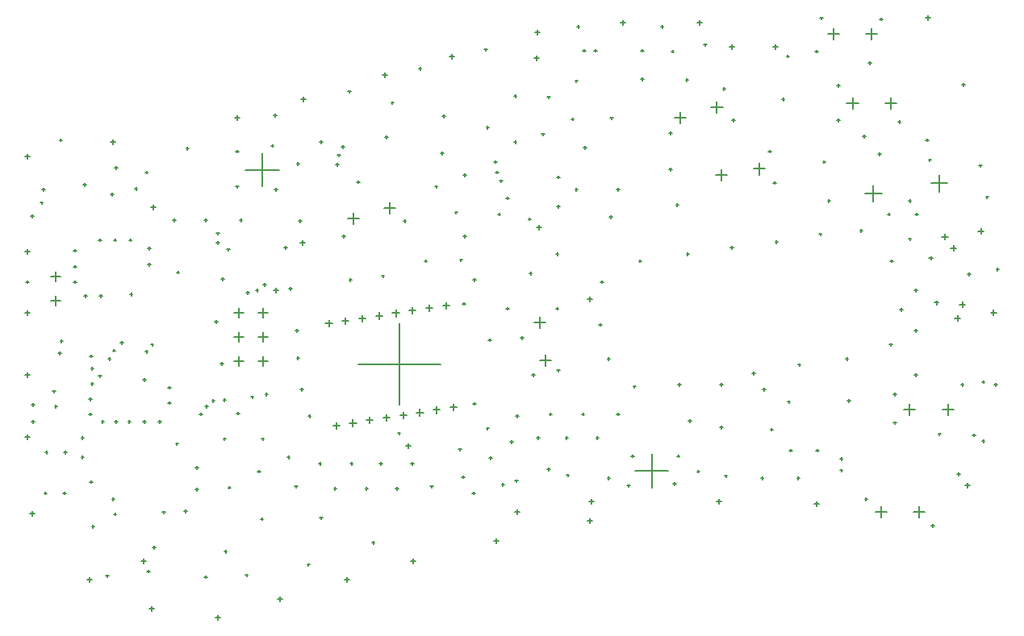
<source format=gbr>
%TF.GenerationSoftware,Altium Limited,Altium Designer,22.6.1 (34)*%
G04 Layer_Color=128*
%FSLAX45Y45*%
%MOMM*%
%TF.SameCoordinates,EFAF5BE3-474D-4A98-89D0-AE48FBC3E593*%
%TF.FilePolarity,Positive*%
%TF.FileFunction,Drillmap*%
%TF.Part,Single*%
G01*
G75*
%TA.AperFunction,NonConductor*%
%ADD181C,0.12700*%
D181*
X9634097Y4713139D02*
X9804096D01*
X9719096Y4628139D02*
Y4798138D01*
X8942500Y4604999D02*
X9112500D01*
X9027500Y4520000D02*
Y4689999D01*
X9880598Y3297981D02*
X9940598D01*
X9910598Y3267981D02*
Y3327981D01*
X9839145Y4032394D02*
X9899145D01*
X9869145Y4002394D02*
Y4062393D01*
X9931836Y3439597D02*
X9991835D01*
X9961836Y3409597D02*
Y3469597D01*
X9747123Y4151609D02*
X9807123D01*
X9777123Y4121609D02*
Y4181609D01*
X10258506Y3357072D02*
X10318506D01*
X10288506Y3327072D02*
Y3387071D01*
X10125031Y4210699D02*
X10185031D01*
X10155031Y4180699D02*
Y4240699D01*
X399200Y3480000D02*
X500800D01*
X450000Y3429200D02*
Y3530800D01*
X399200Y3734000D02*
X500800D01*
X450000Y3683200D02*
Y3784800D01*
X9048894Y1259701D02*
X9168893D01*
X9108893Y1199701D02*
Y1319701D01*
X9448894Y1259701D02*
X9568893D01*
X9508894Y1199701D02*
Y1319701D01*
X8947500Y6285000D02*
X9067500D01*
X9007500Y6225001D02*
Y6345000D01*
X8547500Y6285000D02*
X8667500D01*
X8607500Y6225001D02*
Y6345000D01*
X7324861Y5512248D02*
X7444861D01*
X7384861Y5452248D02*
Y5572248D01*
X6940139Y5402752D02*
X7060139D01*
X7000139Y5342752D02*
Y5462752D01*
X5464103Y3252599D02*
X5584103D01*
X5524103Y3192599D02*
Y3312599D01*
X5525898Y2857401D02*
X5645897D01*
X5585897Y2797401D02*
Y2917401D01*
X3510139Y4342752D02*
X3630139D01*
X3570139Y4282752D02*
Y4402752D01*
X3894861Y4452248D02*
X4014861D01*
X3954861Y4392248D02*
Y4512248D01*
X7372400Y4804103D02*
X7492400D01*
X7432400Y4744104D02*
Y4864103D01*
X7767598Y4865898D02*
X7887598D01*
X7827598Y4805898D02*
Y4925897D01*
X8747500Y5555000D02*
X8867500D01*
X8807500Y5495000D02*
Y5615000D01*
X9147500Y5555000D02*
X9267500D01*
X9207500Y5495000D02*
Y5615000D01*
X9747500Y2340000D02*
X9867500D01*
X9807500Y2280000D02*
Y2400000D01*
X9347500Y2340000D02*
X9467499D01*
X9407500Y2280000D02*
Y2400000D01*
X2315200Y2849999D02*
X2416800D01*
X2366000Y2799199D02*
Y2900799D01*
X2569200Y2849999D02*
X2670800D01*
X2620000Y2799199D02*
Y2900799D01*
X2569200Y3103999D02*
X2670800D01*
X2620000Y3053199D02*
Y3154799D01*
X2315200Y3103999D02*
X2416800D01*
X2366000Y3053199D02*
Y3154799D01*
X2569200Y3357999D02*
X2670800D01*
X2620000Y3307199D02*
Y3408799D01*
X2315200Y3357999D02*
X2416800D01*
X2366000Y3307199D02*
Y3408799D01*
X4331869Y3405921D02*
X4401869D01*
X4366869Y3370921D02*
Y3440921D01*
X3277876Y3241117D02*
X3347876D01*
X3312876Y3206117D02*
Y3276117D01*
X3453541Y3268584D02*
X3523541D01*
X3488541Y3233584D02*
Y3303584D01*
X3629207Y3296051D02*
X3699207D01*
X3664207Y3261051D02*
Y3331051D01*
X3804873Y3323519D02*
X3874873D01*
X3839873Y3288519D02*
Y3358519D01*
X3980538Y3350986D02*
X4050538D01*
X4015538Y3315986D02*
Y3385986D01*
X4156204Y3378453D02*
X4226203D01*
X4191203Y3343454D02*
Y3413453D01*
X4507535Y3433388D02*
X4577534D01*
X4542534Y3398388D02*
Y3468388D01*
X3355342Y2170228D02*
X3425342D01*
X3390342Y2135228D02*
Y2205228D01*
X3531007Y2197696D02*
X3601007D01*
X3566007Y2162696D02*
Y2232696D01*
X3706673Y2225163D02*
X3776673D01*
X3741673Y2190163D02*
Y2260163D01*
X3882338Y2252630D02*
X3952338D01*
X3917338Y2217630D02*
Y2287630D01*
X4058004Y2280098D02*
X4128004D01*
X4093004Y2245098D02*
Y2315098D01*
X4233669Y2307565D02*
X4303669D01*
X4268669Y2272565D02*
Y2342565D01*
X4409335Y2335033D02*
X4479335D01*
X4444335Y2300033D02*
Y2370033D01*
X4585000Y2362500D02*
X4655000D01*
X4620000Y2327500D02*
Y2397500D01*
X3622146Y2815210D02*
X4482146D01*
X4052146Y2385210D02*
Y3245210D01*
X6525388Y1694156D02*
X6875388D01*
X6700388Y1519156D02*
Y1869156D01*
X2438200Y4856200D02*
X2788200D01*
X2613200Y4681200D02*
Y5031200D01*
X10015000Y3760000D02*
X10045000D01*
X10030000Y3745000D02*
Y3775000D01*
X10315000Y3810000D02*
X10345000D01*
X10330000Y3795000D02*
Y3825000D01*
X6485000Y1850000D02*
X6515000D01*
X6500000Y1835000D02*
Y1865000D01*
X6445000Y1540000D02*
X6475000D01*
X6460000Y1525000D02*
Y1555000D01*
X6925000Y1560000D02*
X6955000D01*
X6940000Y1545000D02*
Y1575000D01*
X9635000Y1120000D02*
X9665000D01*
X9650000Y1105000D02*
Y1135000D01*
X8545000Y4530000D02*
X8575000D01*
X8560000Y4515000D02*
Y4545000D01*
X8495000Y4940000D02*
X8525000D01*
X8510000Y4925000D02*
Y4955000D01*
X10205000Y4570000D02*
X10235000D01*
X10220000Y4555000D02*
Y4585000D01*
X10135000Y4900000D02*
X10165000D01*
X10150000Y4885000D02*
Y4915000D01*
X9395000Y4530000D02*
X9425000D01*
X9410000Y4515000D02*
Y4545000D01*
X9075000Y5020000D02*
X9105000D01*
X9090000Y5005000D02*
Y5035000D01*
X8915000Y5210000D02*
X8945000D01*
X8930000Y5195000D02*
Y5225000D01*
X9955000Y5750000D02*
X9985000D01*
X9970000Y5735000D02*
Y5765000D01*
X9285000Y5360000D02*
X9315000D01*
X9300000Y5345000D02*
Y5375000D01*
X8975000Y5980000D02*
X9005000D01*
X8990000Y5965000D02*
Y5995000D01*
X8065000Y5600000D02*
X8095000D01*
X8080000Y5585000D02*
Y5615000D01*
X9095000Y6440000D02*
X9125000D01*
X9110000Y6425000D02*
Y6455000D01*
X5325000Y3090000D02*
X5355000D01*
X5340000Y3075000D02*
Y3105000D01*
X4725000Y4160000D02*
X4755000D01*
X4740000Y4145000D02*
Y4175000D01*
X3605000Y4730000D02*
X3635000D01*
X3620000Y4715000D02*
Y4745000D01*
X6255000Y4360000D02*
X6285000D01*
X6270000Y4345000D02*
Y4375000D01*
X6955000Y4490000D02*
X6985000D01*
X6970000Y4475000D02*
Y4505000D01*
X6335000Y4650000D02*
X6365000D01*
X6350000Y4635000D02*
Y4665000D01*
X5405000Y4340000D02*
X5435000D01*
X5420000Y4325000D02*
Y4355000D01*
X5085000Y4390000D02*
X5115000D01*
X5100000Y4375000D02*
Y4405000D01*
X5705000Y4470000D02*
X5735000D01*
X5720000Y4455000D02*
Y4485000D01*
X6885000Y4860000D02*
X6915000D01*
X6900000Y4845000D02*
Y4875000D01*
X5895000Y4650000D02*
X5925000D01*
X5910000Y4635000D02*
Y4665000D01*
X5985000Y5090000D02*
X6015000D01*
X6000000Y5075000D02*
Y5105000D01*
X5855000Y5390000D02*
X5885000D01*
X5870000Y5375000D02*
Y5405000D01*
X6265000Y5400000D02*
X6295000D01*
X6280000Y5385000D02*
Y5415000D01*
X5895000Y5790000D02*
X5925000D01*
X5910000Y5775000D02*
Y5805000D01*
X6585000Y5810000D02*
X6615000D01*
X6600000Y5795000D02*
Y5825000D01*
X6885000Y5240000D02*
X6915000D01*
X6900000Y5225000D02*
Y5255000D01*
X7055000Y5800000D02*
X7085000D01*
X7070000Y5785000D02*
Y5815000D01*
X7245000Y6170000D02*
X7275000D01*
X7260000Y6155000D02*
Y6185000D01*
X6795000Y6360000D02*
X6825000D01*
X6810000Y6345000D02*
Y6375000D01*
X6585000Y6110000D02*
X6615000D01*
X6600000Y6095000D02*
Y6125000D01*
X5915000Y6360000D02*
X5945000D01*
X5930000Y6345000D02*
Y6375000D01*
X5705000Y4780000D02*
X5735000D01*
X5720000Y4765000D02*
Y4795000D01*
X5545000Y5230000D02*
X5575000D01*
X5560000Y5215000D02*
Y5245000D01*
X5255000Y5150000D02*
X5285000D01*
X5270000Y5135000D02*
Y5165000D01*
X5065000Y4830000D02*
X5095000D01*
X5080000Y4815000D02*
Y4845000D01*
X4635000Y4410000D02*
X4665000D01*
X4650000Y4395000D02*
Y4425000D01*
X4685000Y3910000D02*
X4715000D01*
X4700000Y3895000D02*
Y3925000D01*
X4425000Y4680000D02*
X4455000D01*
X4440000Y4665000D02*
Y4695000D01*
X4095000Y4320000D02*
X4125000D01*
X4110000Y4305000D02*
Y4335000D01*
X4725000Y4800000D02*
X4755000D01*
X4740000Y4785000D02*
Y4815000D01*
X4485000Y5030000D02*
X4515000D01*
X4500000Y5015000D02*
Y5045000D01*
X5255000Y5630000D02*
X5285000D01*
X5270000Y5615000D02*
Y5645000D01*
X3965000Y5560000D02*
X3995000D01*
X3980000Y5545000D02*
Y5575000D01*
X4505000Y5420000D02*
X4535000D01*
X4520000Y5405000D02*
Y5435000D01*
X3905000Y5200000D02*
X3935000D01*
X3920000Y5185000D02*
Y5215000D01*
X4255000Y5920000D02*
X4285000D01*
X4270000Y5905000D02*
Y5935000D01*
X3515000Y5680000D02*
X3545000D01*
X3530000Y5665000D02*
Y5695000D01*
X1675000Y4330000D02*
X1705000D01*
X1690000Y4315000D02*
Y4345000D01*
X2005000Y4330000D02*
X2035000D01*
X2020000Y4315000D02*
Y4345000D01*
X2375000Y4330000D02*
X2405000D01*
X2390000Y4315000D02*
Y4345000D01*
X2975000Y4920000D02*
X3005000D01*
X2990000Y4905000D02*
Y4935000D01*
X2745000Y4650000D02*
X2775000D01*
X2760000Y4635000D02*
Y4665000D01*
X2335000Y4680000D02*
X2365000D01*
X2350000Y4665000D02*
Y4695000D01*
X2705000Y5110000D02*
X2735000D01*
X2720000Y5095000D02*
Y5125000D01*
X3215000Y5150000D02*
X3245000D01*
X3230000Y5135000D02*
Y5165000D01*
X2735000Y5430000D02*
X2765000D01*
X2750000Y5415000D02*
Y5445000D01*
X1065000Y4880000D02*
X1095000D01*
X1080000Y4865000D02*
Y4895000D01*
X485000Y5170000D02*
X515000D01*
X500000Y5155000D02*
Y5185000D01*
X135000Y3680000D02*
X165000D01*
X150000Y3665000D02*
Y3695000D01*
X5695000Y3970000D02*
X5725000D01*
X5710000Y3955000D02*
Y3985000D01*
X5415000Y3770000D02*
X5445000D01*
X5430000Y3755000D02*
Y3785000D01*
X5175000Y3400000D02*
X5205000D01*
X5190000Y3385000D02*
Y3415000D01*
X4825000Y3700000D02*
X4855000D01*
X4840000Y3685000D02*
Y3715000D01*
X5695000Y3400000D02*
X5725000D01*
X5710000Y3385000D02*
Y3415000D01*
X195000Y2390000D02*
X225000D01*
X210000Y2375000D02*
Y2405000D01*
X1915000Y1730000D02*
X1945000D01*
X1930000Y1715000D02*
Y1745000D01*
X2255000Y1520000D02*
X2285000D01*
X2270000Y1505000D02*
Y1535000D01*
X2215000Y850000D02*
X2245000D01*
X2230000Y835000D02*
Y865000D01*
X2595000Y1190000D02*
X2625000D01*
X2610000Y1175000D02*
Y1205000D01*
X3215000Y1200000D02*
X3245000D01*
X3230000Y1185000D02*
Y1215000D01*
X3765000Y940000D02*
X3795000D01*
X3780000Y925000D02*
Y955000D01*
X3085000Y710000D02*
X3115000D01*
X3100000Y695000D02*
Y725000D01*
X2435000Y600000D02*
X2465000D01*
X2450000Y585000D02*
Y615000D01*
X2625000Y3650000D02*
X2655000D01*
X2640000Y3635000D02*
Y3665000D01*
X2545000Y3590000D02*
X2575000D01*
X2560000Y3575000D02*
Y3605000D01*
X2445000Y3565000D02*
X2475000D01*
X2460000Y3550000D02*
Y3580000D01*
X8755000Y2430000D02*
X8785000D01*
X8770000Y2415000D02*
Y2445000D01*
X9455000Y3170000D02*
X9485000D01*
X9470000Y3155000D02*
Y3185000D01*
X9455000Y2700000D02*
X9485000D01*
X9470000Y2685000D02*
Y2715000D01*
X7945000Y2130000D02*
X7975000D01*
X7960000Y2115000D02*
Y2145000D01*
X7175000Y1690000D02*
X7205000D01*
X7190000Y1675000D02*
Y1705000D01*
X8145000Y1910000D02*
X8175000D01*
X8160000Y1895000D02*
Y1925000D01*
X8425000Y1910000D02*
X8455000D01*
X8440000Y1895000D02*
Y1925000D01*
X8225000Y1620000D02*
X8255000D01*
X8240000Y1605000D02*
Y1635000D01*
X7845000Y1620000D02*
X7875000D01*
X7860000Y1605000D02*
Y1635000D01*
X7465000Y1640000D02*
X7495000D01*
X7480000Y1625000D02*
Y1655000D01*
X7085000Y2220000D02*
X7115000D01*
X7100000Y2205000D02*
Y2235000D01*
X9905000Y1660000D02*
X9935000D01*
X9920000Y1645000D02*
Y1675000D01*
X6115000Y2040000D02*
X6145000D01*
X6130000Y2025000D02*
Y2055000D01*
X6335000Y2290000D02*
X6365000D01*
X6350000Y2275000D02*
Y2305000D01*
X5795000Y2040000D02*
X5825000D01*
X5810000Y2025000D02*
Y2055000D01*
X5965000Y2290000D02*
X5995000D01*
X5980000Y2275000D02*
Y2305000D01*
X5625000Y2290000D02*
X5655000D01*
X5640000Y2275000D02*
Y2305000D01*
X5275000Y2270000D02*
X5305000D01*
X5290000Y2255000D02*
Y2285000D01*
X4965000Y2140000D02*
X4995000D01*
X4980000Y2125000D02*
Y2155000D01*
X5495000Y2040000D02*
X5525000D01*
X5510000Y2025000D02*
Y2055000D01*
X4995000Y1830000D02*
X5025000D01*
X5010000Y1815000D02*
Y1845000D01*
X4705000Y1630000D02*
X4735000D01*
X4720000Y1615000D02*
Y1645000D01*
X4675000Y1920000D02*
X4705000D01*
X4690000Y1905000D02*
Y1935000D01*
X4375000Y1530000D02*
X4405000D01*
X4390000Y1515000D02*
Y1545000D01*
X4015000Y1510000D02*
X4045000D01*
X4030000Y1495000D02*
Y1525000D01*
X3695000Y1510000D02*
X3725000D01*
X3710000Y1495000D02*
Y1525000D01*
X3365000Y1510000D02*
X3395000D01*
X3380000Y1495000D02*
Y1525000D01*
X2955000Y1530000D02*
X2985000D01*
X2970000Y1515000D02*
Y1545000D01*
X3535000Y1770000D02*
X3565000D01*
X3550000Y1755000D02*
Y1785000D01*
X4175000Y1770000D02*
X4205000D01*
X4190000Y1755000D02*
Y1785000D01*
X3845000Y1770000D02*
X3875000D01*
X3860000Y1755000D02*
Y1785000D01*
X3205000Y1770000D02*
X3235000D01*
X3220000Y1755000D02*
Y1785000D01*
X2875000Y1840000D02*
X2905000D01*
X2890000Y1825000D02*
Y1855000D01*
X2205000Y2440000D02*
X2235000D01*
X2220000Y2425000D02*
Y2455000D01*
X2565000Y1690000D02*
X2595000D01*
X2580000Y1675000D02*
Y1705000D01*
X2205000Y2030000D02*
X2235000D01*
X2220000Y2015000D02*
Y2045000D01*
X5215000Y2000000D02*
X5245000D01*
X5230000Y1985000D02*
Y2015000D01*
X6235000Y1620000D02*
X6265000D01*
X6250000Y1605000D02*
Y1635000D01*
X5265000Y1260000D02*
X5315000D01*
X5290000Y1235000D02*
Y1285000D01*
X6040210Y1370000D02*
X6090210D01*
X6065210Y1345000D02*
Y1395000D01*
X5265000Y1590000D02*
X5295000D01*
X5280000Y1575000D02*
Y1605000D01*
X4035000Y2090000D02*
X4065000D01*
X4050000Y2075000D02*
Y2105000D01*
X3385000Y4910000D02*
X3415000D01*
X3400000Y4895000D02*
Y4925000D01*
X3405000Y5010000D02*
X3435000D01*
X3420000Y4995000D02*
Y5025000D01*
X2135000Y4090000D02*
X2165000D01*
X2150000Y4075000D02*
Y4105000D01*
X3445000Y5100000D02*
X3475000D01*
X3460000Y5085000D02*
Y5115000D01*
X5175000Y4560000D02*
X5205000D01*
X5190000Y4545000D02*
Y4575000D01*
X6025000Y3500000D02*
X6075000D01*
X6050000Y3475000D02*
Y3525000D01*
X2735000Y3590000D02*
X2785000D01*
X2760000Y3565000D02*
Y3615000D01*
X1955000Y2290000D02*
X1985000D01*
X1970000Y2275000D02*
Y2305000D01*
X5465000Y6030000D02*
X5515000D01*
X5490000Y6005000D02*
Y6055000D01*
X5605000Y5620000D02*
X5635000D01*
X5620000Y5605000D02*
Y5635000D01*
X895000Y2690000D02*
X925000D01*
X910000Y2675000D02*
Y2705000D01*
X2245000Y4020000D02*
X2275000D01*
X2260000Y4005000D02*
Y4035000D01*
X1449142Y4460000D02*
X1499142D01*
X1474142Y4435000D02*
Y4485000D01*
X1365000Y2650000D02*
X1395000D01*
X1380000Y2635000D02*
Y2665000D01*
X2135000Y4190000D02*
X2165000D01*
X2150000Y4175000D02*
Y4205000D01*
X1125000Y3040000D02*
X1155000D01*
X1140000Y3025000D02*
Y3055000D01*
X1045000Y2960000D02*
X1075000D01*
X1060000Y2945000D02*
Y2975000D01*
X994998Y2869994D02*
X1024998D01*
X1009998Y2854994D02*
Y2884994D01*
X805000Y2900000D02*
X835000D01*
X820000Y2885000D02*
Y2915000D01*
X1625000Y2410000D02*
X1655000D01*
X1640000Y2395000D02*
Y2425000D01*
X795000Y2290000D02*
X825000D01*
X810000Y2275000D02*
Y2305000D01*
X795000Y2450000D02*
X825000D01*
X810000Y2435000D02*
Y2465000D01*
X1915000Y1500000D02*
X1945000D01*
X1930000Y1485000D02*
Y1515000D01*
X435000Y2370000D02*
X465000D01*
X450000Y2355000D02*
Y2385000D01*
X415000Y2530000D02*
X445000D01*
X430000Y2515000D02*
Y2545000D01*
X2645000Y2500000D02*
X2675000D01*
X2660000Y2485000D02*
Y2515000D01*
X4985000Y3070000D02*
X5015000D01*
X5000000Y3055000D02*
Y3085000D01*
X4715000Y3450000D02*
X4745000D01*
X4730000Y3435000D02*
Y3465000D01*
X9195000Y3020000D02*
X9225000D01*
X9210000Y3005000D02*
Y3035000D01*
X9305000Y3390000D02*
X9335000D01*
X9320000Y3375000D02*
Y3405000D01*
X9205000Y3900000D02*
X9235000D01*
X9220000Y3885000D02*
Y3915000D01*
X8885000Y4220000D02*
X8915000D01*
X8900000Y4205000D02*
Y4235000D01*
X8455000Y4180000D02*
X8485000D01*
X8470000Y4165000D02*
Y4195000D01*
X7995000Y4100000D02*
X8025000D01*
X8010000Y4085000D02*
Y4115000D01*
X7525000Y4040000D02*
X7555000D01*
X7540000Y4025000D02*
Y4055000D01*
X7065000Y3970000D02*
X7095000D01*
X7080000Y3955000D02*
Y3985000D01*
X6565000Y3900000D02*
X6595000D01*
X6580000Y3885000D02*
Y3915000D01*
X8735000Y2870000D02*
X8765000D01*
X8750000Y2855000D02*
Y2885000D01*
X8235000Y2810000D02*
X8265000D01*
X8250000Y2795000D02*
Y2825000D01*
X7755000Y2720000D02*
X7785000D01*
X7770000Y2705000D02*
Y2735000D01*
X6975000Y2600000D02*
X7005000D01*
X6990000Y2585000D02*
Y2615000D01*
X6505000Y2580000D02*
X6535000D01*
X6520000Y2565000D02*
Y2595000D01*
X6165000Y3680000D02*
X6195000D01*
X6180000Y3665000D02*
Y3695000D01*
X6145000Y3230000D02*
X6175000D01*
X6160000Y3215000D02*
Y3245000D01*
X6235000Y2870000D02*
X6265000D01*
X6250000Y2855000D02*
Y2885000D01*
X3015000Y2550000D02*
X3045000D01*
X3030000Y2535000D02*
Y2565000D01*
X2975000Y2880000D02*
X3005000D01*
X2990000Y2865000D02*
Y2895000D01*
X2965000Y3170000D02*
X2995000D01*
X2980000Y3155000D02*
Y3185000D01*
X475000Y2930000D02*
X505000D01*
X490000Y2915000D02*
Y2945000D01*
X1365000Y2210000D02*
X1395000D01*
X1380000Y2195000D02*
Y2225000D01*
X1205000Y2210000D02*
X1235000D01*
X1220000Y2195000D02*
Y2225000D01*
X5495000Y4250000D02*
X5545000D01*
X5520000Y4225000D02*
Y4275000D01*
X2085000Y2430000D02*
X2115000D01*
X2100000Y2415000D02*
Y2445000D01*
X2015000Y2370000D02*
X2045000D01*
X2030000Y2355000D02*
Y2385000D01*
X1705000Y1980000D02*
X1735000D01*
X1720000Y1965000D02*
Y1995000D01*
X335000Y1890000D02*
X365000D01*
X350000Y1875000D02*
Y1905000D01*
X535000Y1890000D02*
X565000D01*
X550000Y1875000D02*
Y1905000D01*
X715000Y1840000D02*
X745000D01*
X730000Y1825000D02*
Y1855000D01*
X825000Y1110000D02*
X855000D01*
X840000Y1095000D02*
Y1125000D01*
X524999Y1460000D02*
X554999D01*
X539999Y1445000D02*
Y1475000D01*
X325000Y1460000D02*
X355000D01*
X340000Y1445000D02*
Y1475000D01*
X805000Y1580000D02*
X835000D01*
X820000Y1565000D02*
Y1595000D01*
X2175000Y2820000D02*
X2205000D01*
X2190000Y2805000D02*
Y2835000D01*
X1794999Y1269999D02*
X1824999D01*
X1809999Y1255000D02*
Y1284999D01*
X1065000Y2210000D02*
X1095000D01*
X1080000Y2195000D02*
Y2225000D01*
X924999Y2209999D02*
X954999D01*
X939999Y2194999D02*
Y2224999D01*
X2495000Y2470000D02*
X2525000D01*
X2510000Y2455000D02*
Y2485000D01*
X1625000Y2570000D02*
X1655000D01*
X1640000Y2555000D02*
Y2585000D01*
X815000Y2610000D02*
X845000D01*
X830000Y2595000D02*
Y2625000D01*
X815000Y2770000D02*
X845000D01*
X830000Y2755000D02*
Y2785000D01*
X1385000Y2950000D02*
X1415000D01*
X1400000Y2935000D02*
Y2965000D01*
X1225000Y3550000D02*
X1255000D01*
X1240000Y3535000D02*
Y3565000D01*
X1414999Y3859999D02*
X1444999D01*
X1429999Y3844999D02*
Y3874999D01*
X2184999Y3709999D02*
X2214999D01*
X2199999Y3694999D02*
Y3724999D01*
X1414999Y4030000D02*
X1444999D01*
X1429999Y4015000D02*
Y4045000D01*
X904999Y3530000D02*
X934999D01*
X919999Y3515000D02*
Y3545000D01*
X634999Y3679999D02*
X664999D01*
X649999Y3665000D02*
Y3694999D01*
X634999Y3839999D02*
X664999D01*
X649999Y3824999D02*
Y3854999D01*
X634999Y4010000D02*
X664999D01*
X649999Y3995000D02*
Y4025000D01*
X894999Y4119999D02*
X924999D01*
X909999Y4104999D02*
Y4134999D01*
X1054999Y4119999D02*
X1084999D01*
X1069999Y4104999D02*
Y4134999D01*
X1215000Y4119999D02*
X1245000D01*
X1230000Y4104999D02*
Y4134999D01*
X1524999Y2209999D02*
X1554999D01*
X1539999Y2194999D02*
Y2224999D01*
X195000Y2210000D02*
X225000D01*
X210000Y2195000D02*
Y2225000D01*
X495000Y3060000D02*
X525000D01*
X510000Y3045000D02*
Y3075000D01*
X1564999Y1260000D02*
X1594999D01*
X1579999Y1245000D02*
Y1274999D01*
X1055000Y1240000D02*
X1085000D01*
X1070000Y1225000D02*
Y1255000D01*
X745000Y3530000D02*
X774999D01*
X759999Y3515000D02*
Y3545000D01*
X715000Y2040000D02*
X745000D01*
X730000Y2025000D02*
Y2055000D01*
X2115000Y3260000D02*
X2145000D01*
X2130000Y3245000D02*
Y3275000D01*
X1715000Y3780000D02*
X1745000D01*
X1730000Y3765000D02*
Y3795000D01*
X1445000Y3020000D02*
X1475000D01*
X1460000Y3005000D02*
Y3035000D01*
X1465000Y890000D02*
X1495000D01*
X1480000Y875000D02*
Y905000D01*
X3015000Y4090000D02*
X3065000D01*
X3040000Y4065000D02*
Y4115000D01*
X1345000Y750000D02*
X1395000D01*
X1370000Y725000D02*
Y775000D01*
X5105000Y4740000D02*
X5135000D01*
X5120000Y4725000D02*
Y4755000D01*
X5045000Y4940000D02*
X5075000D01*
X5060000Y4925000D02*
Y4955000D01*
X305000Y4650000D02*
X335000D01*
X320000Y4635000D02*
Y4665000D01*
X8675000Y1700000D02*
X8705000D01*
X8690000Y1685000D02*
Y1715000D01*
X8675000Y1820000D02*
X8705000D01*
X8690000Y1805000D02*
Y1835000D01*
X4125000Y1960000D02*
X4175000D01*
X4150000Y1935000D02*
Y1985000D01*
X9465000Y4390000D02*
X9495000D01*
X9480000Y4375000D02*
Y4405000D01*
X9175000Y4390000D02*
X9205000D01*
X9190000Y4375000D02*
Y4405000D01*
X5975000Y6110000D02*
X6005000D01*
X5990000Y6095000D02*
Y6125000D01*
X10065000Y2070000D02*
X10095000D01*
X10080000Y2055000D02*
Y2085000D01*
X9669707Y3461795D02*
X9709707D01*
X9689707Y3441795D02*
Y3481795D01*
X9610000Y3930000D02*
X9650000D01*
X9630000Y3910000D02*
Y3950000D01*
X9705000Y2080000D02*
X9735000D01*
X9720000Y2065000D02*
Y2095000D01*
X1405000Y640000D02*
X1435000D01*
X1420000Y625000D02*
Y655000D01*
X2605000Y2030000D02*
X2635000D01*
X2620000Y2015000D02*
Y2045000D01*
X975000Y590000D02*
X1005000D01*
X990000Y575000D02*
Y605000D01*
X2005000Y580000D02*
X2035000D01*
X2020000Y565000D02*
Y595000D01*
X735000Y4700000D02*
X765000D01*
X750000Y4685000D02*
Y4715000D01*
X185000Y4370000D02*
X215000D01*
X200000Y4355000D02*
Y4385000D01*
X285000Y4510000D02*
X315000D01*
X300000Y4495000D02*
Y4525000D01*
X1385000Y4830000D02*
X1415000D01*
X1400000Y4815000D02*
Y4845000D01*
X2335000Y5050000D02*
X2365000D01*
X2350000Y5035000D02*
Y5065000D01*
X1815000Y5080000D02*
X1845000D01*
X1830000Y5065000D02*
Y5095000D01*
X1275000Y4660000D02*
X1305000D01*
X1290000Y4645000D02*
Y4675000D01*
X1025000Y4600000D02*
X1055000D01*
X1040000Y4585000D02*
Y4615000D01*
X5705000Y2750000D02*
X5735000D01*
X5720000Y2735000D02*
Y2765000D01*
X5445000Y2700000D02*
X5475000D01*
X5460000Y2685000D02*
Y2715000D01*
X4315000Y3900000D02*
X4345000D01*
X4330000Y3885000D02*
Y3915000D01*
X3865000Y3740000D02*
X3895000D01*
X3880000Y3725000D02*
Y3755000D01*
X2845000Y4040000D02*
X2875000D01*
X2860000Y4025000D02*
Y4055000D01*
X3525000Y3700000D02*
X3555000D01*
X3540000Y3685000D02*
Y3715000D01*
X2895000Y3610000D02*
X2925000D01*
X2910000Y3595000D02*
Y3625000D01*
X3455000Y4160000D02*
X3485000D01*
X3470000Y4145000D02*
Y4175000D01*
X2995000Y4320000D02*
X3025000D01*
X3010000Y4305000D02*
Y4335000D01*
X4965000Y5300000D02*
X4995000D01*
X4980000Y5285000D02*
Y5315000D01*
X1035000Y1400000D02*
X1065000D01*
X1050000Y1385000D02*
Y1415000D01*
X4945000Y6120000D02*
X4975000D01*
X4960000Y6105000D02*
Y6135000D01*
X6905000Y6100000D02*
X6935000D01*
X6920000Y6085000D02*
Y6115000D01*
X6095000Y6110000D02*
X6125000D01*
X6110000Y6095000D02*
Y6125000D01*
X8465000Y6450000D02*
X8495000D01*
X8480000Y6435000D02*
Y6465000D01*
X7975000Y4720000D02*
X8005000D01*
X7990000Y4705000D02*
Y4735000D01*
X7925000Y5050000D02*
X7955000D01*
X7940000Y5035000D02*
Y5065000D01*
X7445000Y5710000D02*
X7475000D01*
X7460000Y5695000D02*
Y5725000D01*
X7545000Y5380000D02*
X7575000D01*
X7560000Y5365000D02*
Y5395000D01*
X8645000Y5380000D02*
X8675000D01*
X8660000Y5365000D02*
Y5395000D01*
X8645000Y5740000D02*
X8675000D01*
X8660000Y5725000D02*
Y5755000D01*
X8415000Y6100000D02*
X8445000D01*
X8430000Y6085000D02*
Y6115000D01*
X8115000Y6050000D02*
X8145000D01*
X8130000Y6035000D02*
Y6065000D01*
X9605000Y4960000D02*
X9635000D01*
X9620000Y4945000D02*
Y4975000D01*
X9575000Y5170000D02*
X9605000D01*
X9590000Y5155000D02*
Y5185000D01*
X9455000Y3590000D02*
X9485000D01*
X9470000Y3575000D02*
Y3605000D01*
X10165000Y2630000D02*
X10195000D01*
X10180000Y2615000D02*
Y2645000D01*
X9945000Y2600000D02*
X9975000D01*
X9960000Y2585000D02*
Y2615000D01*
X9235000Y2200000D02*
X9265000D01*
X9250000Y2185000D02*
Y2215000D01*
X9235000Y2500000D02*
X9265000D01*
X9250000Y2485000D02*
Y2515000D01*
X8935000Y1400000D02*
X8965000D01*
X8950000Y1385000D02*
Y1415000D01*
X6965000Y1850000D02*
X6995000D01*
X6980000Y1835000D02*
Y1865000D01*
X7865000Y2550000D02*
X7895000D01*
X7880000Y2535000D02*
Y2565000D01*
X7415000Y2600000D02*
X7445000D01*
X7430000Y2585000D02*
Y2615000D01*
X8125000Y2420000D02*
X8155000D01*
X8140000Y2405000D02*
Y2435000D01*
X7415000Y2150000D02*
X7445000D01*
X7430000Y2135000D02*
Y2165000D01*
X5805000Y1650000D02*
X5835000D01*
X5820000Y1635000D02*
Y1665000D01*
X5605000Y1710000D02*
X5635000D01*
X5620000Y1695000D02*
Y1725000D01*
X5125000Y1550000D02*
X5155000D01*
X5140000Y1535000D02*
Y1565000D01*
X4815000Y1460000D02*
X4845000D01*
X4830000Y1445000D02*
Y1475000D01*
X3095000Y2270000D02*
X3125000D01*
X3110000Y2255000D02*
Y2285000D01*
X4825000Y2400000D02*
X4855000D01*
X4840000Y2385000D02*
Y2415000D01*
X10165000Y2010000D02*
X10195000D01*
X10180000Y1995000D02*
Y2025000D01*
X10295000Y2600000D02*
X10325000D01*
X10310000Y2585000D02*
Y2615000D01*
X2345000Y2300000D02*
X2375000D01*
X2360000Y2285000D02*
Y2315000D01*
X9395000Y4130000D02*
X9425000D01*
X9410000Y4115000D02*
Y4145000D01*
X3874600Y5850000D02*
X3925400D01*
X3900000Y5824600D02*
Y5875400D01*
X124600Y5000000D02*
X175400D01*
X150000Y4974600D02*
Y5025400D01*
X1024600Y5150000D02*
X1075400D01*
X1050000Y5124600D02*
Y5175400D01*
X2324600Y5400000D02*
X2375400D01*
X2350000Y5374600D02*
Y5425400D01*
X7514600Y6150000D02*
X7565400D01*
X7540000Y6124600D02*
Y6175400D01*
X3474600Y550000D02*
X3525400D01*
X3500000Y524600D02*
Y575400D01*
X124600Y2050000D02*
X175400D01*
X150000Y2024600D02*
Y2075400D01*
X4174600Y750000D02*
X4225400D01*
X4200000Y724600D02*
Y775400D01*
X6024600Y1170000D02*
X6075400D01*
X6050000Y1144600D02*
Y1195400D01*
X5044600Y960000D02*
X5095400D01*
X5070000Y934600D02*
Y985400D01*
X6374600Y6400000D02*
X6425400D01*
X6400000Y6374600D02*
Y6425400D01*
X7174600Y6400000D02*
X7225400D01*
X7200000Y6374600D02*
Y6425400D01*
X124600Y3350000D02*
X175400D01*
X150000Y3324600D02*
Y3375400D01*
X1424600Y250000D02*
X1475400D01*
X1450000Y224600D02*
Y275400D01*
X774600Y550000D02*
X825400D01*
X800000Y524600D02*
Y575400D01*
X2774600Y350000D02*
X2825400D01*
X2800000Y324600D02*
Y375400D01*
X7384600Y1370000D02*
X7435400D01*
X7410000Y1344600D02*
Y1395400D01*
X8404600Y1350000D02*
X8455400D01*
X8430000Y1324600D02*
Y1375400D01*
X3024600Y5600000D02*
X3075400D01*
X3050000Y5574600D02*
Y5625400D01*
X4574600Y6050000D02*
X4625400D01*
X4600000Y6024600D02*
Y6075400D01*
X9984600Y1540000D02*
X10035400D01*
X10010000Y1514600D02*
Y1565400D01*
X5474600Y6300000D02*
X5525400D01*
X5500000Y6274600D02*
Y6325400D01*
X124600Y2700000D02*
X175400D01*
X150000Y2674600D02*
Y2725400D01*
X124600Y4000000D02*
X175400D01*
X150000Y3974600D02*
Y4025400D01*
X174600Y1250000D02*
X225400D01*
X200000Y1224600D02*
Y1275400D01*
X2124600Y150000D02*
X2175400D01*
X2150000Y124600D02*
Y175400D01*
X7974600Y6150000D02*
X8025400D01*
X8000000Y6124600D02*
Y6175400D01*
X9574600Y6450000D02*
X9625400D01*
X9600000Y6424600D02*
Y6475400D01*
%TF.MD5,6a323153f98628ca72aee057c25d8b60*%
M02*

</source>
